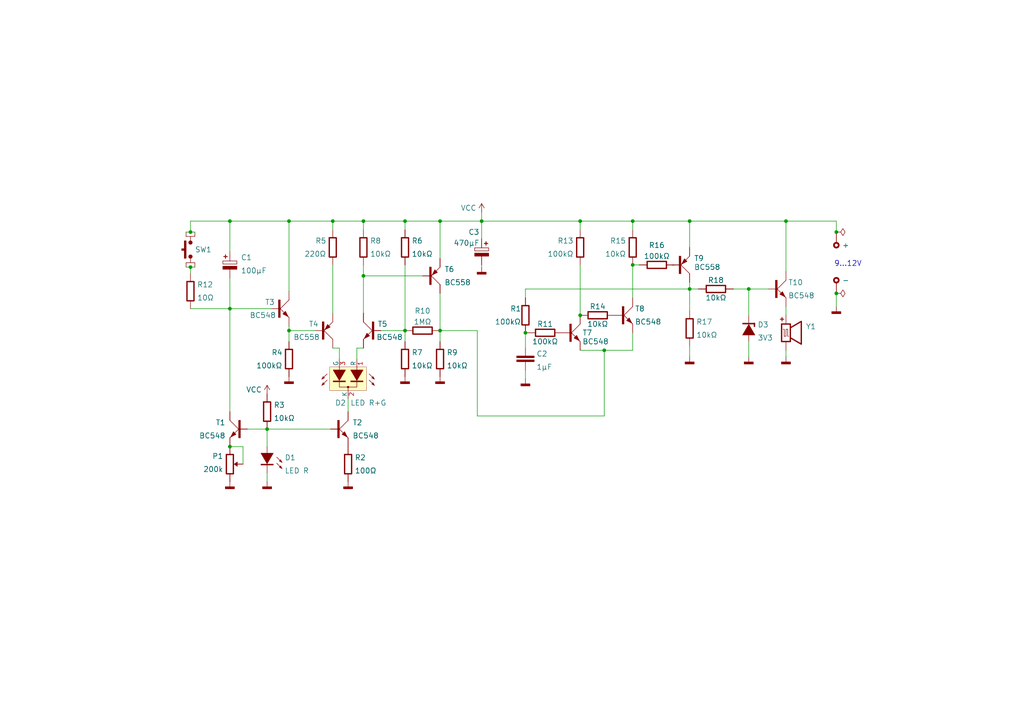
<source format=kicad_sch>
(kicad_sch (version 20211123) (generator eeschema)
  (paper "A4")
  (title_block (title "Elektroniczna klepsydra (Ośla Łączka, W3 C5)") (date "2022-05-05") (rev "3") (company "Kuba Michalik"))
  (lib_symbols
    (symbol "*Custom_Generic:Buzzer_Magnetic_Active" (pin_numbers hide) (pin_names (offset 0) hide)
      (property "Reference" "Y" (at 2.54 4.318 0))
      (property "Value" "Buzzer_Magnetic_Active" (at 27.051 -4.953 0))
      (symbol "Buzzer_Magnetic_Active_0_0"
        (rectangle (start -1.27 2.54) (end 1.27 -2.54) (stroke (width 0.381)))
      )
      (symbol "Buzzer_Magnetic_Active_0_1"
        (polyline (pts (xy -1.651 3.937) (xy -0.635 3.937)) (stroke (width 0.254)))
        (polyline (pts (xy -1.143 4.445) (xy -1.143 3.429)) (stroke (width 0.254)))
        (polyline (pts (xy 1.397 1.524) (xy 4.445 3.302) (xy 4.445 -3.302) (xy 1.397 -1.524)) (stroke (width 0.381)))
        (polyline (pts (xy -0.762 1.016) (xy -0.508 1.016) (xy -0.508 -1.016) (xy 0 -1.016) (xy 0 1.016) (xy 0.508 1.016) (xy 0.508 -1.016) (xy 0.762 -1.016)))
      )
      (symbol "Buzzer_Magnetic_Active_1_1"
        (pin passive line (at 0 5.08 270) (length 2.54) (name "1") (number "1"))
        (pin passive line (at 0 -5.08 90) (length 2.54) (name "2") (number "2"))
      )
    )
    (symbol "*Custom_Generic:D_zener" (pin_numbers hide) (pin_names (offset 1.016) hide)
      (property "Reference" "D" (at 0.381 2.921 0))
      (property "Value" "D_zener" (at 0.635 -3.048 0))
      (symbol "D_zener_0_1"
        (rectangle (start -1.524 1.778) (end -1.27 -1.778) (fill (type outline)))
        (rectangle (start -1.524 1.778) (end -0.508 1.524) (fill (type outline)))
        (polyline (pts (xy -1.143 0) (xy 1.905 1.778) (xy 1.905 -1.778) (xy -1.143 0)) (fill (type outline)))
      )
      (symbol "D_zener_1_1"
        (pin passive line (at -3.81 0 0) (length 2.54) (name "K") (number "1"))
        (pin passive line (at 3.81 0 180) (length 2.54) (name "A") (number "2"))
      )
    )
    (symbol "*Custom_Generic:P" (pin_numbers hide) (pin_names (offset 0) hide)
      (property "Reference" "P" (at 2.413 -2.159 0))
      (property "Value" "P" (at 2.413 2.032 0))
      (symbol "P_0_0"
        (text "" (at 0 3.937 0) (effects (font (size 1.27 1.27))))
      )
      (symbol "P_0_1"
        (rectangle (start -1.016 2.794) (end 1.016 -2.794) (stroke (width 0.381)))
        (polyline (pts (xy 1.27 0) (xy 2.159 0.635) (xy 2.159 -0.635) (xy 1.27 0)) (fill (type outline)))
      )
      (symbol "P_1_1"
        (pin passive line (at 0 5.08 270) (length 2.25) (name "1") (number "1"))
        (pin passive line (at 3.81 0 180) (length 2.25) (name "2") (number "2"))
        (pin passive line (at 0 -5.08 90) (length 2.25) (name "3") (number "3"))
      )
    )
    (symbol "Custom_Generic:C" (pin_numbers hide) (pin_names (offset 0.254))
      (property "Reference" "C" (at 0.635 2.921 0))
      (property "Value" "C" (at 0.762 -1.905 0))
      (symbol "C_0_1"
        (rectangle (start -2.54 0.381) (end 2.54 -0.127) (fill (type outline)))
        (rectangle (start -2.54 1.524) (end 2.54 1.016) (fill (type outline)))
      )
      (symbol "C_1_1"
        (pin passive line (at 0 3.81 270) (length 2.54) (name "~") (number "1"))
        (pin passive line (at 0 -2.54 90) (length 2.54) (name "~") (number "2"))
      )
    )
    (symbol "Custom_Generic:C_Polarized" (pin_numbers hide) (pin_names (offset 0.254) hide)
      (property "Reference" "C" (at 0.635 2.54 0))
      (property "Value" "C_Polarized" (at 0.635 -2.54 0))
      (symbol "C_Polarized_0_1"
        (rectangle (start -2.032 -0.381) (end 2.032 -1.27) (fill (type outline)))
        (rectangle (start -2.032 1.143) (end 2.032 0.254))
        (polyline (pts (xy -1.778 2.413) (xy -0.762 2.413)) (stroke (width 0.254)))
        (polyline (pts (xy -1.27 2.921) (xy -1.27 1.905)) (stroke (width 0.254)))
      )
      (symbol "C_Polarized_1_1"
        (pin passive line (at 0 -3.81 90) (length 2.794) (name "-") (number "1"))
        (pin passive line (at 0 3.81 270) (length 2.667) (name "+") (number "2"))
      )
    )
    (symbol "Custom_Generic:Conn_Point" (pin_numbers hide) (pin_names (offset 1.016) hide)
      (property "Reference" "J" (at 0 2.54 0))
      (property "Value" "Conn_Point" (at 0 -2.54 0))
      (symbol "Conn_Point_0_1"
        (circle (center 0 0) (radius 0.6839) (stroke (width 0.508)))
      )
      (symbol "Conn_Point_1_1"
        (pin passive line (at -3.81 0 0) (length 3.175) (name "Pin_1") (number "1"))
      )
    )
    (symbol "Custom_Generic:LED" (pin_numbers hide) (pin_names (offset 1.016) hide)
      (property "Reference" "D" (at 0 2.921 0))
      (property "Value" "LED" (at 0 5.588 0))
      (symbol "LED_0_1"
        (rectangle (start -1.524 1.778) (end -1.27 -1.778) (fill (type outline)))
        (polyline (pts (xy -1.016 -2.794) (xy -2.159 -3.937)) (stroke (width 0.1524)))
        (polyline (pts (xy 0.762 -2.794) (xy -0.381 -3.937)) (stroke (width 0.1524)))
        (polyline (pts (xy -2.54 -4.318) (xy -1.778 -3.937) (xy -2.159 -3.556) (xy -2.54 -4.318)) (fill (type outline)))
        (polyline (pts (xy -1.143 0) (xy 1.905 1.778) (xy 1.905 -1.778) (xy -1.143 0)) (fill (type outline)))
        (polyline (pts (xy -0.762 -4.318) (xy 0 -3.937) (xy -0.381 -3.556) (xy -0.762 -4.318)) (fill (type outline)))
      )
      (symbol "LED_1_1"
        (pin passive line (at -3.81 0 0) (length 2.54) (name "K") (number "1"))
        (pin passive line (at 3.81 0 180) (length 2.54) (name "A") (number "2"))
      )
    )
    (symbol "Custom_Generic:LED_RKG" (pin_names (offset 0))
      (property "Reference" "D" (at 7.62 -2.667 0))
      (property "Value" "LED_RKG" (at 11.938 3.302 0))
      (symbol "LED_RKG_0_1"
        (rectangle (start -2.794 5.334) (end 4.064 -5.334) (stroke (width 0.0508)) (fill (type background)))
        (polyline (pts (xy -2.54 -2.54) (xy -1.778 -2.54)))
        (polyline (pts (xy -2.54 2.54) (xy -1.778 2.54)))
        (polyline (pts (xy -0.762 -6.096) (xy 0.381 -7.239)) (stroke (width 0.1524)))
        (polyline (pts (xy -0.762 6.096) (xy 0.381 7.239)) (stroke (width 0.1524)))
        (polyline (pts (xy 1.016 -6.096) (xy 2.159 -7.239)) (stroke (width 0.1524)))
        (polyline (pts (xy 1.016 6.096) (xy 2.159 7.239)) (stroke (width 0.1524)))
        (polyline (pts (xy 3.81 0) (xy 3.048 0)))
        (polyline (pts (xy 0.762 -7.62) (xy 0 -7.239) (xy 0.381 -6.858) (xy 0.762 -7.62)) (fill (type outline)))
        (polyline (pts (xy 0.762 7.62) (xy 0 7.239) (xy 0.381 6.858) (xy 0.762 7.62)) (fill (type outline)))
        (polyline (pts (xy 1.143 -2.54) (xy -1.905 -0.762) (xy -1.905 -4.318) (xy 1.143 -2.54)) (fill (type outline)))
        (polyline (pts (xy 1.143 2.54) (xy -1.905 0.762) (xy -1.905 4.318) (xy 1.143 2.54)) (fill (type outline)))
        (polyline (pts (xy 1.397 -2.54) (xy 3.048 -2.54) (xy 3.048 2.54) (xy 1.397 2.54)))
        (polyline (pts (xy 2.54 -7.62) (xy 1.778 -7.239) (xy 2.159 -6.858) (xy 2.54 -7.62)) (fill (type outline)))
        (polyline (pts (xy 2.54 7.62) (xy 1.778 7.239) (xy 2.159 6.858) (xy 2.54 7.62)) (fill (type outline)))
        (rectangle (start 1.27 -4.318) (end 1.524 -0.762) (fill (type outline)))
        (rectangle (start 1.524 0.762) (end 1.27 4.318) (fill (type outline)))
        (circle (center 3.048 0) (radius 0.254) (fill (type outline)))
      )
      (symbol "LED_RKG_1_1"
        (pin passive line (at -5.08 -2.54 0) (length 2.54) (name "R") (number "1"))
        (pin passive line (at 6.35 0 180) (length 2.54) (name "K") (number "2"))
        (pin passive line (at -5.08 2.54 0) (length 2.54) (name "G") (number "3"))
      )
    )
    (symbol "Custom_Generic:NPN_BJT_CBE" (pin_numbers hide) (pin_names (offset 0) hide)
      (property "Reference" "T" (at 3.81 1.27 0))
      (property "Value" "NPN_BJT_CBE" (at 3.81 -1.27 0))
      (symbol "NPN_BJT_CBE_0_1"
        (rectangle (start -0.508 2.54) (end 0 -2.54) (fill (type outline)))
        (rectangle (start 0 -0.254) (end 0 -0.254))
        (polyline (pts (xy 0 0) (xy 2.54 -2.54)))
        (polyline (pts (xy 0 0) (xy 2.54 2.54)))
        (polyline (pts (xy 2.286 -2.286) (xy 1.524 -0.762) (xy 0.762 -1.524) (xy 2.286 -2.286)) (fill (type outline)))
        (rectangle (start 0 1.016) (end 0 1.016))
      )
      (symbol "NPN_BJT_CBE_1_1"
        (pin passive line (at 2.54 5.08 270) (length 2.54) (name "C") (number "1"))
        (pin input line (at -2.54 0 0) (length 2.54) (name "B") (number "2"))
        (pin passive line (at 2.54 -5.08 90) (length 2.54) (name "E") (number "3"))
      )
    )
    (symbol "Custom_Generic:PNP_BJT_CBE" (pin_numbers hide) (pin_names (offset 0) hide)
      (property "Reference" "T" (at 3.81 1.27 0))
      (property "Value" "PNP_BJT_CBE" (at 3.81 -1.27 0))
      (symbol "PNP_BJT_CBE_0_1"
        (rectangle (start -0.508 2.54) (end 0 -2.54) (fill (type outline)))
        (rectangle (start 0 -0.254) (end 0 -0.254))
        (polyline (pts (xy 0 0) (xy 2.54 -2.54)))
        (polyline (pts (xy 0 0) (xy 2.54 2.54)))
        (polyline (pts (xy 0.254 -0.254) (xy 1.016 -1.778) (xy 1.778 -1.016) (xy 0.254 -0.254)) (fill (type outline)))
        (rectangle (start 0 1.016) (end 0 1.016))
      )
      (symbol "PNP_BJT_CBE_1_1"
        (pin passive line (at 2.54 5.08 270) (length 2.54) (name "C") (number "1"))
        (pin input line (at -2.54 0 0) (length 2.54) (name "B") (number "2"))
        (pin passive line (at 2.54 -5.08 90) (length 2.54) (name "E") (number "3"))
      )
    )
    (symbol "Custom_Generic:R" (pin_numbers hide) (pin_names (offset 0))
      (property "Reference" "R" (at 2.413 0 90))
      (property "Value" "R" (at -2.286 0 90))
      (symbol "R_0_1"
        (rectangle (start -1.016 2.794) (end 1.016 -2.794) (stroke (width 0.381)))
      )
      (symbol "R_1_1"
        (pin passive line (at 0 5.08 270) (length 2.25) (name "~") (number "1"))
        (pin passive line (at 0 -5.08 90) (length 2.25) (name "~") (number "2"))
      )
    )
    (symbol "Custom_Generic:SW_Push_4P" (pin_numbers hide) (pin_names (offset 1.016) hide)
      (property "Reference" "SW" (at -1.651 -6.096 0))
      (property "Value" "SW_Push_4P" (at 0.381 5.969 0))
      (symbol "SW_Push_4P_0_1"
        (rectangle (start -2.54 1.778) (end 2.54 1.27) (fill (type outline)))
        (circle (center -2.032 0) (radius 0.508) (fill (type outline)))
        (rectangle (start -0.254 2.54) (end 0.254 1.524) (fill (type outline)))
        (polyline (pts (xy -3.81 0) (xy -2.032 0)))
        (polyline (pts (xy -3.81 1.27) (xy -3.81 -1.27)))
        (polyline (pts (xy 2.032 0) (xy 3.81 0)))
        (polyline (pts (xy 3.81 1.27) (xy 3.81 -1.27)))
        (circle (center 2.032 0) (radius 0.508) (fill (type outline)))
        (pin passive line (at -5.08 1.27 0) (length 1.27) (name "1A") (number "1"))
        (pin passive line (at 5.08 1.27 180) (length 1.27) (name "2A") (number "2"))
        (pin passive line (at -5.08 -1.27 0) (length 1.27) (name "1B") (number "3"))
        (pin passive line (at 5.08 -1.27 180) (length 1.27) (name "2B") (number "4"))
      )
    )
    (symbol "power:GNDD" (power) (pin_names (offset 0))
      (property "Value" "GNDD" (at 0 -3.175 0))
      (symbol "GNDD_0_1"
        (rectangle (start -1.27 -1.524) (end 1.27 -2.032) (stroke (width 0.254)) (fill (type outline)))
        (polyline (pts (xy 0 0) (xy 0 -1.524)))
      )
      (symbol "GNDD_1_1"
        (pin power_in line (at 0 0 270) (length 0) hide (name "GNDD") (number "1"))
      )
    )
    (symbol "power:PWR_FLAG" (power) (pin_numbers hide) (pin_names (offset 0) hide)
      (property "Value" "PWR_FLAG" (at 0 3.81 0))
      (symbol "PWR_FLAG_0_0"
        (pin power_out line (at 0 0 90) (length 0) (name "pwr") (number "1"))
      )
      (symbol "PWR_FLAG_0_1"
        (polyline (pts (xy 0 0) (xy 0 1.27) (xy -1.016 1.905) (xy 0 2.54) (xy 1.016 1.905) (xy 0 1.27)))
      )
    )
    (symbol "power:VCC" (power) (pin_names (offset 0))
      (property "Value" "VCC" (at 0 3.81 0))
      (symbol "VCC_0_1"
        (polyline (pts (xy -0.762 1.27) (xy 0 2.54)))
        (polyline (pts (xy 0 0) (xy 0 2.54)))
        (polyline (pts (xy 0 2.54) (xy 0.762 1.27)))
      )
      (symbol "VCC_1_1"
        (pin power_in line (at 0 0 90) (length 0) hide (name "VCC") (number "1"))
      )
    )
  )
  (junction (at 200.025 64.135))
  (junction (at 77.47 124.46))
  (junction (at 175.26 101.6))
  (junction (at 168.275 64.135))
  (junction (at 105.41 64.135))
  (junction (at 217.17 83.82))
  (junction (at 55.245 67.31))
  (junction (at 66.675 129.54))
  (junction (at 117.475 64.135))
  (junction (at 242.57 85.09))
  (junction (at 183.515 76.835))
  (junction (at 200.025 83.82))
  (junction (at 183.515 64.135))
  (junction (at 152.4 96.52))
  (junction (at 242.57 67.31))
  (junction (at 117.475 95.885))
  (junction (at 83.82 95.885))
  (junction (at 105.41 80.01))
  (junction (at 66.675 89.535))
  (junction (at 227.965 64.135))
  (junction (at 127.635 95.885))
  (junction (at 55.245 77.47))
  (junction (at 66.675 64.135))
  (junction (at 96.52 64.135))
  (junction (at 139.7 64.135))
  (junction (at 83.82 64.135))
  (junction (at 168.275 91.44))
  (junction (at 127.635 64.135))
  (wire (pts (xy 175.26 120.65) (xy 175.26 101.6)))
  (wire (pts (xy 55.245 77.47) (xy 56.515 77.47)))
  (wire (pts (xy 183.515 76.835) (xy 183.515 86.36)))
  (wire (pts (xy 117.475 64.135) (xy 127.635 64.135)))
  (wire (pts (xy 55.245 77.47) (xy 55.245 79.375)))
  (wire (pts (xy 127.635 99.06) (xy 127.635 95.885)))
  (wire (pts (xy 66.675 89.535) (xy 78.74 89.535)))
  (wire (pts (xy 83.82 64.135) (xy 83.82 84.455)))
  (wire (pts (xy 55.245 67.31) (xy 56.515 67.31)))
  (wire (pts (xy 200.025 64.135) (xy 227.965 64.135)))
  (wire (pts (xy 227.965 101.6) (xy 227.965 103.505)))
  (wire (pts (xy 242.57 85.09) (xy 242.57 88.9)))
  (wire (pts (xy 152.4 100.965) (xy 152.4 96.52)))
  (wire (pts (xy 83.82 95.885) (xy 83.82 99.06)))
  (wire (pts (xy 138.43 95.885) (xy 127.635 95.885)))
  (wire (pts (xy 175.26 120.65) (xy 138.43 120.65)))
  (wire (pts (xy 152.4 107.315) (xy 152.4 109.855)))
  (wire (pts (xy 183.515 66.675) (xy 183.515 64.135)))
  (wire (pts (xy 153.035 96.52) (xy 152.4 96.52)))
  (wire (pts (xy 175.26 101.6) (xy 183.515 101.6)))
  (wire (pts (xy 66.675 89.535) (xy 66.675 119.38)))
  (wire (pts (xy 185.42 76.835) (xy 183.515 76.835)))
  (wire (pts (xy 127.635 74.93) (xy 127.635 64.135)))
  (wire (pts (xy 139.7 69.215) (xy 139.7 64.135)))
  (wire (pts (xy 77.47 124.46) (xy 77.47 129.54)))
  (wire (pts (xy 183.515 101.6) (xy 183.515 96.52)))
  (wire (pts (xy 105.41 80.01) (xy 122.555 80.01)))
  (wire (pts (xy 96.52 64.135) (xy 83.82 64.135)))
  (wire (pts (xy 55.245 89.535) (xy 66.675 89.535)))
  (wire (pts (xy 66.675 64.135) (xy 83.82 64.135)))
  (wire (pts (xy 152.4 86.36) (xy 152.4 83.82)))
  (wire (pts (xy 53.975 77.47) (xy 55.245 77.47)))
  (wire (pts (xy 168.275 64.135) (xy 183.515 64.135)))
  (wire (pts (xy 168.275 66.675) (xy 168.275 64.135)))
  (wire (pts (xy 66.675 64.135) (xy 66.675 73.025)))
  (wire (pts (xy 77.47 137.16) (xy 77.47 139.7)))
  (wire (pts (xy 217.17 83.82) (xy 217.17 91.44)))
  (wire (pts (xy 117.475 64.135) (xy 105.41 64.135)))
  (wire (pts (xy 105.41 80.01) (xy 105.41 90.805)))
  (wire (pts (xy 83.82 94.615) (xy 83.82 95.885)))
  (wire (pts (xy 70.485 134.62) (xy 70.485 129.54)))
  (wire (pts (xy 212.725 83.82) (xy 217.17 83.82)))
  (wire (pts (xy 103.505 100.965) (xy 103.505 104.14)))
  (wire (pts (xy 183.515 64.135) (xy 200.025 64.135)))
  (wire (pts (xy 139.7 76.835) (xy 139.7 77.47)))
  (wire (pts (xy 105.41 66.675) (xy 105.41 64.135)))
  (wire (pts (xy 77.47 124.46) (xy 95.885 124.46)))
  (wire (pts (xy 139.7 64.135) (xy 168.275 64.135)))
  (wire (pts (xy 127.635 64.135) (xy 139.7 64.135)))
  (wire (pts (xy 98.425 100.965) (xy 98.425 104.14)))
  (wire (pts (xy 66.675 80.645) (xy 66.675 89.535)))
  (wire (pts (xy 200.025 83.82) (xy 202.565 83.82)))
  (wire (pts (xy 83.82 95.885) (xy 91.44 95.885)))
  (wire (pts (xy 55.245 64.135) (xy 66.675 64.135)))
  (wire (pts (xy 200.025 83.82) (xy 200.025 81.915)))
  (wire (pts (xy 96.52 100.965) (xy 98.425 100.965)))
  (wire (pts (xy 96.52 64.135) (xy 105.41 64.135)))
  (wire (pts (xy 117.475 66.675) (xy 117.475 64.135)))
  (wire (pts (xy 66.675 129.54) (xy 70.485 129.54)))
  (wire (pts (xy 168.275 101.6) (xy 175.26 101.6)))
  (wire (pts (xy 105.41 100.965) (xy 103.505 100.965)))
  (wire (pts (xy 117.475 76.835) (xy 117.475 95.885)))
  (wire (pts (xy 200.025 83.82) (xy 200.025 90.17)))
  (wire (pts (xy 96.52 76.835) (xy 96.52 90.805)))
  (wire (pts (xy 217.17 83.82) (xy 222.885 83.82)))
  (wire (pts (xy 53.975 67.31) (xy 55.245 67.31)))
  (wire (pts (xy 200.025 100.33) (xy 200.025 103.505)))
  (wire (pts (xy 227.965 64.135) (xy 227.965 78.74)))
  (wire (pts (xy 105.41 76.835) (xy 105.41 80.01)))
  (wire (pts (xy 227.965 88.9) (xy 227.965 91.44)))
  (wire (pts (xy 195.58 76.835) (xy 194.945 76.835)))
  (wire (pts (xy 200.025 71.755) (xy 200.025 64.135)))
  (wire (pts (xy 227.965 64.135) (xy 242.57 64.135)))
  (wire (pts (xy 138.43 120.65) (xy 138.43 95.885)))
  (wire (pts (xy 96.52 66.675) (xy 96.52 64.135)))
  (wire (pts (xy 55.245 67.31) (xy 55.245 64.135)))
  (wire (pts (xy 242.57 67.31) (xy 242.57 64.135)))
  (wire (pts (xy 110.49 95.885) (xy 117.475 95.885)))
  (wire (pts (xy 117.475 99.06) (xy 117.475 95.885)))
  (wire (pts (xy 100.965 115.57) (xy 100.965 119.38)))
  (wire (pts (xy 152.4 83.82) (xy 200.025 83.82)))
  (wire (pts (xy 168.275 76.835) (xy 168.275 91.44)))
  (wire (pts (xy 217.17 99.06) (xy 217.17 103.505)))
  (wire (pts (xy 71.755 124.46) (xy 77.47 124.46)))
  (wire (pts (xy 127.635 85.09) (xy 127.635 95.885)))
  (wire (pts (xy 139.7 61.595) (xy 139.7 64.135)))
  (text "9...12V" (at 241.935 77.47 0) (effects (font (size 1.524 1.524)) (justify left bottom)))
  (symbol (lib_id "power:GNDD") (at 139.7 77.47 0) (unit 1)
    (property "Reference" "#PWR09" (effects hide))
    (property "Value" "GNDD" (effects hide))
  )
  (symbol (lib_id "power:GNDD") (at 77.47 139.7 0) (unit 1)
    (property "Reference" "#PWR03" (effects hide))
    (property "Value" "GNDD" (effects hide))
  )
  (symbol (lib_id "Custom_Generic:R") (at 117.475 104.14 0) (unit 1)
    (property "Reference" "R7" (at 119.38 102.235 0) (effects (font (size 1.524 1.524)) (justify left)))
    (property "Value" "10kΩ" (at 119.38 106.045 0) (effects (font (size 1.524 1.524)) (justify left)))
    (property "Footprint" "VeeCad:AX1_1N" (effects hide))
  )
  (symbol (lib_id "Custom_Generic:R") (at 190.5 76.835 90) (unit 1)
    (property "Reference" "R16" (at 190.5 71.12 90) (effects (font (size 1.524 1.524))))
    (property "Value" "100kΩ" (at 190.5 74.295 90) (effects (font (size 1.524 1.524))))
    (property "Footprint" "VeeCad:AX1_1N" (effects hide))
  )
  (symbol (lib_id "Custom_Generic:R") (at 152.4 91.44 0) (unit 1)
    (property "Reference" "R1" (at 147.955 89.535 0) (effects (font (size 1.524 1.524)) (justify left)))
    (property "Value" "100kΩ" (at 143.51 93.345 0) (effects (font (size 1.524 1.524)) (justify left)))
    (property "Footprint" "VeeCad:AX1_1N" (effects hide))
  )
  (symbol (lib_id "Custom_Generic:PNP_BJT_CBE") (at 197.485 76.835 0) (mirror x) (unit 1)
    (property "Reference" "T9" (at 201.295 74.93 0) (effects (font (size 1.524 1.524)) (justify left)))
    (property "Value" "BC558" (at 201.295 77.47 0) (effects (font (size 1.524 1.524)) (justify left)))
    (property "Footprint" "VeeCad:TO92" (effects hide))
  )
  (symbol (lib_id "Custom_Generic:PNP_BJT_CBE") (at 125.095 80.01 0) (mirror x) (unit 1)
    (property "Reference" "T6" (at 128.905 78.105 0) (effects (font (size 1.524 1.524)) (justify left)))
    (property "Value" "BC558" (at 128.905 81.915 0) (effects (font (size 1.524 1.524)) (justify left)))
    (property "Footprint" "VeeCad:TO92" (effects hide))
  )
  (symbol (lib_id "power:GNDD") (at 83.82 109.22 0) (unit 1)
    (property "Reference" "#PWR04" (effects hide))
    (property "Value" "GNDD" (effects hide))
  )
  (symbol (lib_id "Custom_Generic:R") (at 183.515 71.755 0) (mirror y) (unit 1)
    (property "Reference" "R15" (at 181.61 69.85 0) (effects (font (size 1.524 1.524)) (justify left)))
    (property "Value" "10kΩ" (at 181.61 73.66 0) (effects (font (size 1.524 1.524)) (justify left)))
    (property "Footprint" "VeeCad:AX1_1N" (effects hide))
  )
  (symbol (lib_id "Custom_Generic:Conn_Point") (at 242.57 81.28 270) (mirror x) (unit 1)
    (property "Reference" "J2" (effects hide))
    (property "Value" "-" (at 246.38 81.28 90) (effects (font (size 1.524 1.524)) (justify right)))
    (property "Footprint" "VeeCad:SIP1" (effects hide))
  )
  (symbol (lib_id "power:GNDD") (at 200.025 103.505 0) (unit 1)
    (property "Reference" "#PWR012" (effects hide))
    (property "Value" "GNDD" (effects hide))
  )
  (symbol (lib_id "Custom_Generic:LED") (at 77.47 133.35 90) (unit 1)
    (property "Reference" "D1" (at 82.55 132.715 90) (effects (font (size 1.524 1.524)) (justify right)))
    (property "Value" "LED R" (at 82.55 136.525 90) (effects (font (size 1.524 1.524)) (justify right)))
    (property "Footprint" "VeeCad:LED_3" (effects hide))
  )
  (symbol (lib_id "power:VCC") (at 139.7 61.595 0) (unit 1)
    (property "Reference" "#PWR06" (effects hide))
    (property "Value" "VCC" (at 135.89 60.325 0) (effects (font (size 1.524 1.524))))
  )
  (symbol (lib_id "Custom_Generic:C_Polarized") (at 139.7 73.025 0) (mirror y) (unit 1)
    (property "Reference" "C3" (at 139.065 67.31 0) (effects (font (size 1.524 1.524)) (justify left)))
    (property "Value" "470μF" (at 139.065 70.485 0) (effects (font (size 1.524 1.524)) (justify left)))
    (property "Footprint" "VeeCad:RA1_3" (effects hide))
  )
  (symbol (lib_id "Custom_Generic:R") (at 168.275 71.755 0) (mirror y) (unit 1)
    (property "Reference" "R13" (at 166.37 69.85 0) (effects (font (size 1.524 1.524)) (justify left)))
    (property "Value" "100kΩ" (at 166.37 73.66 0) (effects (font (size 1.524 1.524)) (justify left)))
    (property "Footprint" "VeeCad:AX1_1N" (effects hide))
  )
  (symbol (lib_id "Custom_Generic:R") (at 96.52 71.755 0) (unit 1)
    (property "Reference" "R5" (at 91.44 69.85 0) (effects (font (size 1.524 1.524)) (justify left)))
    (property "Value" "220Ω" (at 88.265 73.66 0) (effects (font (size 1.524 1.524)) (justify left)))
    (property "Footprint" "VeeCad:AX1_1N" (effects hide))
  )
  (symbol (lib_id "Custom_Generic:R") (at 83.82 104.14 0) (unit 1)
    (property "Reference" "R4" (at 78.74 102.235 0) (effects (font (size 1.524 1.524)) (justify left)))
    (property "Value" "100kΩ" (at 74.295 106.045 0) (effects (font (size 1.524 1.524)) (justify left)))
    (property "Footprint" "VeeCad:AX1_1N" (effects hide))
  )
  (symbol (lib_id "Custom_Generic:NPN_BJT_CBE") (at 180.975 91.44 0) (unit 1)
    (property "Reference" "T8" (at 184.15 89.535 0) (effects (font (size 1.524 1.524)) (justify left)))
    (property "Value" "BC548" (at 184.15 93.345 0) (effects (font (size 1.524 1.524)) (justify left)))
    (property "Footprint" "VeeCad:TO92" (effects hide))
  )
  (symbol (lib_id "Custom_Generic:R") (at 122.555 95.885 90) (unit 1)
    (property "Reference" "R10" (at 122.555 90.17 90) (effects (font (size 1.524 1.524))))
    (property "Value" "1MΩ" (at 122.555 93.345 90) (effects (font (size 1.524 1.524))))
    (property "Footprint" "VeeCad:AX1_1N" (effects hide))
  )
  (symbol (lib_id "power:GNDD") (at 100.965 139.7 0) (unit 1)
    (property "Reference" "#PWR05" (effects hide))
    (property "Value" "GNDD" (effects hide))
  )
  (symbol (lib_id "Custom_Generic:R") (at 117.475 71.755 0) (unit 1)
    (property "Reference" "R6" (at 119.38 69.85 0) (effects (font (size 1.524 1.524)) (justify left)))
    (property "Value" "10kΩ" (at 119.38 73.66 0) (effects (font (size 1.524 1.524)) (justify left)))
    (property "Footprint" "VeeCad:AX1_1N" (effects hide))
  )
  (symbol (lib_id "power:GNDD") (at 242.57 88.9 0) (unit 1)
    (property "Reference" "#PWR011" (effects hide))
    (property "Value" "GNDD" (effects hide))
  )
  (symbol (lib_id "Custom_Generic:R") (at 200.025 95.25 0) (unit 1)
    (property "Reference" "R17" (at 201.93 93.345 0) (effects (font (size 1.524 1.524)) (justify left)))
    (property "Value" "10kΩ" (at 201.93 97.155 0) (effects (font (size 1.524 1.524)) (justify left)))
    (property "Footprint" "VeeCad:AX1_1N" (effects hide))
  )
  (symbol (lib_id "*Custom_Generic:Buzzer_Magnetic_Active") (at 227.965 96.52 0) (unit 1)
    (property "Reference" "Y1" (at 233.68 94.7102 0) (effects (font (size 1.524 1.524)) (justify left)))
    (property "Value" "Buzzer_Magnetic_Active" (effects hide))
  )
  (symbol (lib_id "Custom_Generic:NPN_BJT_CBE") (at 81.28 89.535 0) (unit 1)
    (property "Reference" "T3" (at 76.835 87.63 0) (effects (font (size 1.524 1.524)) (justify left)))
    (property "Value" "BC548" (at 72.39 91.44 0) (effects (font (size 1.524 1.524)) (justify left)))
    (property "Footprint" "VeeCad:TO92" (effects hide))
  )
  (symbol (lib_id "power:PWR_FLAG") (at 242.57 85.09 270) (unit 1)
    (property "Reference" "#FLG02" (effects hide))
    (property "Value" "PWR_FLAG" (effects hide))
  )
  (symbol (lib_id "Custom_Generic:R") (at 55.245 84.455 0) (unit 1)
    (property "Reference" "R12" (at 57.15 82.55 0) (effects (font (size 1.524 1.524)) (justify left)))
    (property "Value" "10Ω" (at 57.15 86.36 0) (effects (font (size 1.524 1.524)) (justify left)))
    (property "Footprint" "VeeCad:AX1_1N" (effects hide))
  )
  (symbol (lib_id "Custom_Generic:C") (at 152.4 104.775 0) (unit 1)
    (property "Reference" "C2" (at 155.575 102.616 0) (effects (font (size 1.524 1.524)) (justify left)))
    (property "Value" "1μF" (at 155.575 106.426 0) (effects (font (size 1.524 1.524)) (justify left)))
    (property "Footprint" "VeeCad:RA2_4" (effects hide))
  )
  (symbol (lib_id "Custom_Generic:NPN_BJT_CBE") (at 98.425 124.46 0) (unit 1)
    (property "Reference" "T2" (at 102.235 122.555 0) (effects (font (size 1.524 1.524)) (justify left)))
    (property "Value" "BC548" (at 102.235 126.365 0) (effects (font (size 1.524 1.524)) (justify left)))
    (property "Footprint" "VeeCad:TO92" (effects hide))
  )
  (symbol (lib_id "power:VCC") (at 77.47 114.3 0) (unit 1)
    (property "Reference" "#PWR02" (effects hide))
    (property "Value" "VCC" (at 73.66 113.03 0) (effects (font (size 1.524 1.524))))
  )
  (symbol (lib_id "*Custom_Generic:D_zener") (at 217.17 95.25 270) (unit 1)
    (property "Reference" "D3" (at 219.71 94.1705 90) (effects (font (size 1.524 1.524)) (justify left)))
    (property "Value" "3V3" (at 219.71 97.9805 90) (effects (font (size 1.524 1.524)) (justify left)))
  )
  (symbol (lib_id "Custom_Generic:C_Polarized") (at 66.675 76.835 0) (unit 1)
    (property "Reference" "C1" (at 69.85 74.676 0) (effects (font (size 1.524 1.524)) (justify left)))
    (property "Value" "100μF" (at 69.85 78.486 0) (effects (font (size 1.524 1.524)) (justify left)))
    (property "Footprint" "VeeCad:RA2_4" (effects hide))
  )
  (symbol (lib_id "Custom_Generic:NPN_BJT_CBE") (at 69.215 124.46 0) (mirror y) (unit 1)
    (property "Reference" "T1" (at 65.405 122.555 0) (effects (font (size 1.524 1.524)) (justify left)))
    (property "Value" "BC548" (at 65.405 126.365 0) (effects (font (size 1.524 1.524)) (justify left)))
    (property "Footprint" "VeeCad:TO92" (effects hide))
  )
  (symbol (lib_id "power:GNDD") (at 227.965 103.505 0) (unit 1)
    (property "Reference" "#PWR014" (effects hide))
    (property "Value" "GNDD" (effects hide))
  )
  (symbol (lib_id "power:GNDD") (at 66.675 139.7 0) (unit 1)
    (property "Reference" "#PWR01" (effects hide))
    (property "Value" "GNDD" (effects hide))
  )
  (symbol (lib_id "power:GNDD") (at 117.475 109.22 0) (unit 1)
    (property "Reference" "#PWR07" (effects hide))
    (property "Value" "GNDD" (effects hide))
  )
  (symbol (lib_id "Custom_Generic:NPN_BJT_CBE") (at 107.95 95.885 0) (mirror y) (unit 1)
    (property "Reference" "T5" (at 112.395 93.98 0) (effects (font (size 1.524 1.524)) (justify left)))
    (property "Value" "BC548" (at 116.84 97.79 0) (effects (font (size 1.524 1.524)) (justify left)))
    (property "Footprint" "VeeCad:TO92" (effects hide))
  )
  (symbol (lib_id "power:GNDD") (at 217.17 103.505 0) (unit 1)
    (property "Reference" "#PWR013" (effects hide))
    (property "Value" "GNDD" (effects hide))
  )
  (symbol (lib_id "Custom_Generic:NPN_BJT_CBE") (at 165.735 96.52 0) (unit 1)
    (property "Reference" "T7" (at 168.91 96.52 0) (effects (font (size 1.524 1.524)) (justify left)))
    (property "Value" "BC548" (at 168.91 99.06 0) (effects (font (size 1.524 1.524)) (justify left)))
    (property "Footprint" "VeeCad:TO92" (effects hide))
  )
  (symbol (lib_id "power:GNDD") (at 127.635 109.22 0) (unit 1)
    (property "Reference" "#PWR08" (effects hide))
    (property "Value" "GNDD" (effects hide))
  )
  (symbol (lib_id "Custom_Generic:R") (at 105.41 71.755 0) (unit 1)
    (property "Reference" "R8" (at 107.315 69.85 0) (effects (font (size 1.524 1.524)) (justify left)))
    (property "Value" "10kΩ" (at 107.315 73.66 0) (effects (font (size 1.524 1.524)) (justify left)))
    (property "Footprint" "VeeCad:AX1_1N" (effects hide))
  )
  (symbol (lib_id "Custom_Generic:R") (at 77.47 119.38 0) (unit 1)
    (property "Reference" "R3" (at 79.375 117.475 0) (effects (font (size 1.524 1.524)) (justify left)))
    (property "Value" "10kΩ" (at 79.375 121.285 0) (effects (font (size 1.524 1.524)) (justify left)))
    (property "Footprint" "VeeCad:AX1_1N" (effects hide))
  )
  (symbol (lib_id "Custom_Generic:SW_Push_4P") (at 55.245 72.39 90) (mirror x) (unit 1)
    (property "Reference" "SW1" (at 56.515 72.39 90) (effects (font (size 1.524 1.524)) (justify right)))
    (property "Value" "SW_Push" (effects hide))
    (property "Footprint" "VeeCad:TACT_12_4P" (effects hide))
  )
  (symbol (lib_id "Custom_Generic:R") (at 158.115 96.52 90) (unit 1)
    (property "Reference" "R11" (at 158.115 93.98 90) (effects (font (size 1.524 1.524))))
    (property "Value" "100kΩ" (at 158.115 99.06 90) (effects (font (size 1.524 1.524))))
    (property "Footprint" "VeeCad:AX1_1N" (effects hide))
  )
  (symbol (lib_id "power:PWR_FLAG") (at 242.57 67.31 270) (unit 1)
    (property "Reference" "#FLG01" (effects hide))
    (property "Value" "PWR_FLAG" (effects hide))
  )
  (symbol (lib_id "*Custom_Generic:P") (at 66.675 134.62 0) (unit 1)
    (property "Reference" "P1" (at 64.77 132.303 0) (effects (font (size 1.524 1.524)) (justify right)))
    (property "Value" "200k" (at 64.77 136.113 0) (effects (font (size 1.524 1.524)) (justify right)))
  )
  (symbol (lib_id "Custom_Generic:Conn_Point") (at 242.57 71.12 270) (unit 1)
    (property "Reference" "J1" (effects hide))
    (property "Value" "+" (at 246.38 71.12 90) (effects (font (size 1.524 1.524)) (justify right)))
    (property "Footprint" "VeeCad:SIP1" (effects hide))
  )
  (symbol (lib_id "Custom_Generic:PNP_BJT_CBE") (at 93.98 95.885 0) (mirror x) (unit 1)
    (property "Reference" "T4" (at 89.535 93.98 0) (effects (font (size 1.524 1.524)) (justify left)))
    (property "Value" "BC558" (at 85.09 97.79 0) (effects (font (size 1.524 1.524)) (justify left)))
    (property "Footprint" "VeeCad:TO92" (effects hide))
  )
  (symbol (lib_id "Custom_Generic:R") (at 127.635 104.14 0) (unit 1)
    (property "Reference" "R9" (at 129.54 102.235 0) (effects (font (size 1.524 1.524)) (justify left)))
    (property "Value" "10kΩ" (at 129.54 106.045 0) (effects (font (size 1.524 1.524)) (justify left)))
    (property "Footprint" "VeeCad:AX1_1N" (effects hide))
  )
  (symbol (lib_id "power:GNDD") (at 152.4 109.855 0) (unit 1)
    (property "Reference" "#PWR010" (effects hide))
    (property "Value" "GNDD" (effects hide))
  )
  (symbol (lib_id "Custom_Generic:LED_RKG") (at 100.965 109.22 90) (mirror x) (unit 1)
    (property "Reference" "D2" (at 97.155 116.84 90) (effects (font (size 1.524 1.524)) (justify right)))
    (property "Value" "LED R+G" (at 101.6 116.84 90) (effects (font (size 1.524 1.524)) (justify right)))
    (property "Footprint" "VeeCad:LED_5_3P" (effects hide))
  )
  (symbol (lib_id "Custom_Generic:NPN_BJT_CBE") (at 225.425 83.82 0) (unit 1)
    (property "Reference" "T10" (at 228.6 81.915 0) (effects (font (size 1.524 1.524)) (justify left)))
    (property "Value" "BC548" (at 228.6 85.725 0) (effects (font (size 1.524 1.524)) (justify left)))
    (property "Footprint" "VeeCad:TO92" (effects hide))
  )
  (symbol (lib_id "Custom_Generic:R") (at 173.355 91.44 90) (unit 1)
    (property "Reference" "R14" (at 173.355 88.9 90) (effects (font (size 1.524 1.524))))
    (property "Value" "10kΩ" (at 173.355 93.98 90) (effects (font (size 1.524 1.524))))
    (property "Footprint" "VeeCad:AX1_1N" (effects hide))
  )
  (symbol (lib_id "Custom_Generic:R") (at 100.965 134.62 0) (unit 1)
    (property "Reference" "R2" (at 102.87 132.715 0) (effects (font (size 1.524 1.524)) (justify left)))
    (property "Value" "100Ω" (at 102.87 136.525 0) (effects (font (size 1.524 1.524)) (justify left)))
    (property "Footprint" "VeeCad:AX1_1N" (effects hide))
  )
  (symbol (lib_id "Custom_Generic:R") (at 207.645 83.82 90) (unit 1)
    (property "Reference" "R18" (at 207.645 81.28 90) (effects (font (size 1.524 1.524))))
    (property "Value" "10kΩ" (at 207.645 86.36 90) (effects (font (size 1.524 1.524))))
    (property "Footprint" "VeeCad:AX1_1N" (effects hide))
  )
)
</source>
